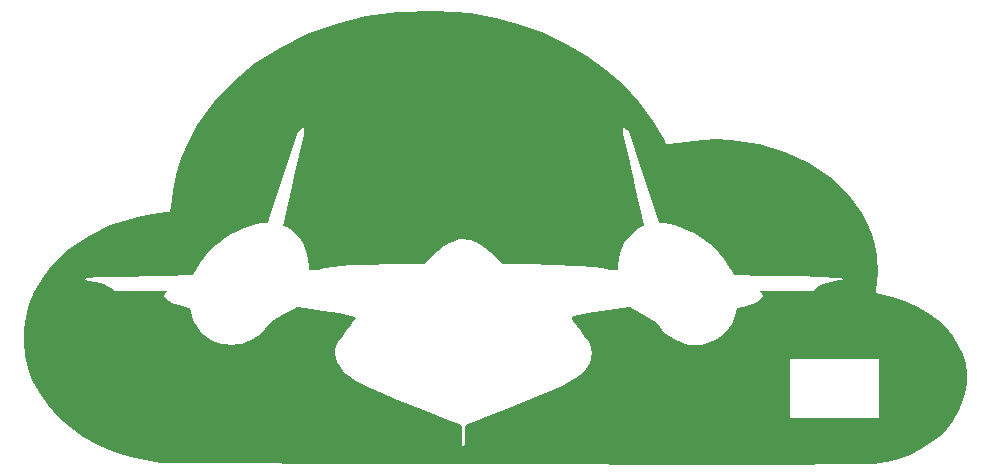
<source format=gto>
%TF.GenerationSoftware,KiCad,Pcbnew,(6.0.4-0)*%
%TF.CreationDate,2022-07-01T13:05:59-04:00*%
%TF.ProjectId,sr-71,73722d37-312e-46b6-9963-61645f706362,rev?*%
%TF.SameCoordinates,Original*%
%TF.FileFunction,Legend,Top*%
%TF.FilePolarity,Positive*%
%FSLAX46Y46*%
G04 Gerber Fmt 4.6, Leading zero omitted, Abs format (unit mm)*
G04 Created by KiCad (PCBNEW (6.0.4-0)) date 2022-07-01 13:05:59*
%MOMM*%
%LPD*%
G01*
G04 APERTURE LIST*
G04 APERTURE END LIST*
G36*
X149090583Y-119805680D02*
G01*
X128483054Y-119765880D01*
X127520322Y-119590180D01*
X125959693Y-119237740D01*
X124503450Y-118771620D01*
X123155213Y-118193880D01*
X121918596Y-117507100D01*
X120797217Y-116713870D01*
X119795730Y-115815730D01*
X118916713Y-114815790D01*
X118164820Y-113716120D01*
X117606197Y-112672770D01*
X117215008Y-111668700D01*
X116971094Y-110639820D01*
X116854823Y-109522060D01*
X116868763Y-108415150D01*
X117022759Y-107331490D01*
X117312663Y-106276780D01*
X117735893Y-105257200D01*
X118290380Y-104277410D01*
X118374876Y-104161740D01*
X122062122Y-104161740D01*
X122115352Y-104206740D01*
X122422311Y-104303940D01*
X122979899Y-104401640D01*
X123360238Y-104468840D01*
X123666681Y-104562340D01*
X123954000Y-104705480D01*
X124276461Y-104918390D01*
X124562748Y-105123030D01*
X128999170Y-105123030D01*
X128889616Y-105262550D01*
X128809006Y-105405700D01*
X128783686Y-105553490D01*
X128813656Y-105693540D01*
X128898926Y-105813420D01*
X129195032Y-106027880D01*
X129596556Y-106226830D01*
X130059577Y-106391680D01*
X130540168Y-106503820D01*
X130934458Y-106569920D01*
X130990268Y-106871190D01*
X131108608Y-107329040D01*
X131285857Y-107760540D01*
X131517884Y-108161550D01*
X131801589Y-108526900D01*
X132132318Y-108852980D01*
X132506454Y-109134620D01*
X132919866Y-109368200D01*
X133368417Y-109548550D01*
X133637135Y-109629650D01*
X133867095Y-109675650D01*
X134495997Y-109698950D01*
X134974003Y-109682450D01*
X135361578Y-109627150D01*
X135719695Y-109519660D01*
X136110368Y-109347060D01*
X136533598Y-109095920D01*
X136932023Y-108778620D01*
X137277223Y-108422050D01*
X137539739Y-108052050D01*
X137786236Y-107831390D01*
X138289563Y-107490840D01*
X138924667Y-107109470D01*
X139569072Y-106764270D01*
X140004188Y-106549820D01*
X140650660Y-106628920D01*
X142200954Y-106840800D01*
X143590533Y-107069200D01*
X144591504Y-107272810D01*
X144874691Y-107352410D01*
X144975460Y-107410310D01*
X144852471Y-107636650D01*
X144555331Y-108069180D01*
X144193597Y-108554940D01*
X143876304Y-108942000D01*
X143582780Y-109315100D01*
X143374524Y-109669090D01*
X143292364Y-109865460D01*
X143247924Y-110026170D01*
X143237574Y-110439070D01*
X143289254Y-110832320D01*
X143413793Y-111196640D01*
X143619464Y-111550110D01*
X143915054Y-111911840D01*
X144156899Y-112151100D01*
X144437503Y-112385200D01*
X144761514Y-112616190D01*
X145133585Y-112847190D01*
X146041023Y-113321060D01*
X147199083Y-113829040D01*
X148283773Y-114280170D01*
X150903773Y-115310600D01*
X152769803Y-116050090D01*
X153735123Y-116466090D01*
X153946993Y-116584940D01*
X153960893Y-117377660D01*
X154000693Y-118240140D01*
X154046193Y-118284540D01*
X154119093Y-118292540D01*
X154169193Y-118256840D01*
X154200693Y-118136960D01*
X154238393Y-117430020D01*
X154264793Y-116585630D01*
X154476153Y-116466260D01*
X155560843Y-116005300D01*
X155740236Y-115934650D01*
X181745423Y-115934650D01*
X189245743Y-115934650D01*
X189245743Y-110934440D01*
X181745423Y-110934440D01*
X181745423Y-115934650D01*
X155740236Y-115934650D01*
X157519893Y-115233770D01*
X160417903Y-114076740D01*
X161649353Y-113556360D01*
X162457063Y-113190490D01*
X162872533Y-112971380D01*
X163259593Y-112738830D01*
X163613573Y-112496470D01*
X163931913Y-112246880D01*
X164211483Y-111992630D01*
X164449193Y-111736310D01*
X164640913Y-111481030D01*
X164784573Y-111229370D01*
X164876573Y-111020590D01*
X164928273Y-110847480D01*
X164956173Y-110389630D01*
X164928773Y-109989650D01*
X164831573Y-109651170D01*
X164642953Y-109323020D01*
X164340643Y-108954050D01*
X164029033Y-108576810D01*
X163680223Y-108112240D01*
X163389273Y-107691600D01*
X163250783Y-107446140D01*
X163251783Y-107402740D01*
X163286383Y-107366040D01*
X163476553Y-107298340D01*
X164212423Y-107136590D01*
X165158103Y-106968130D01*
X167561053Y-106629650D01*
X168208043Y-106550050D01*
X168645753Y-106768640D01*
X169832243Y-107438360D01*
X170448743Y-107836270D01*
X170602223Y-107968050D01*
X170690123Y-108083800D01*
X170939723Y-108437270D01*
X171278713Y-108784020D01*
X171676623Y-109097180D01*
X172105023Y-109350910D01*
X172493113Y-109516270D01*
X172892053Y-109634100D01*
X173299783Y-109704400D01*
X173712163Y-109727100D01*
X174127123Y-109702300D01*
X174541563Y-109629900D01*
X174951863Y-109510020D01*
X175355973Y-109342580D01*
X175599893Y-109215980D01*
X175805563Y-109081100D01*
X176255663Y-108673370D01*
X176596213Y-108295620D01*
X176847363Y-107927680D01*
X177033913Y-107527190D01*
X177178603Y-107051770D01*
X177296433Y-106582030D01*
X177753773Y-106490030D01*
X178396103Y-106312260D01*
X178930443Y-106072990D01*
X179138183Y-105941740D01*
X179295803Y-105807380D01*
X179396053Y-105675600D01*
X179431753Y-105549510D01*
X179399253Y-105404300D01*
X179322253Y-105262710D01*
X179212183Y-105123180D01*
X183650153Y-105123180D01*
X183865133Y-104967640D01*
X184213433Y-104733030D01*
X184520903Y-104575410D01*
X184839233Y-104473090D01*
X185221123Y-104403290D01*
X185917713Y-104271000D01*
X186111503Y-104201200D01*
X186193103Y-104131900D01*
X186088713Y-104092600D01*
X185758503Y-104054400D01*
X184469173Y-103982600D01*
X182426923Y-103921100D01*
X179733033Y-103873600D01*
X176990563Y-103837400D01*
X176813313Y-103484970D01*
X176597823Y-103093780D01*
X176348223Y-102705170D01*
X176069173Y-102324830D01*
X175765313Y-101957930D01*
X175442353Y-101610150D01*
X175103853Y-101287170D01*
X174756083Y-100994170D01*
X174403123Y-100737330D01*
X173604213Y-100259330D01*
X172783073Y-99877440D01*
X171967103Y-99602000D01*
X171568683Y-99507400D01*
X171181113Y-99443300D01*
X170684493Y-99380200D01*
X169917623Y-97051140D01*
X168641213Y-93189360D01*
X168131683Y-91656640D01*
X167906373Y-91499030D01*
X167714133Y-91387410D01*
X167653133Y-91379410D01*
X167614433Y-91405810D01*
X167595833Y-91571170D01*
X167646433Y-91901380D01*
X168077933Y-93902810D01*
X168349753Y-95093950D01*
X168502713Y-95755410D01*
X168651023Y-96390510D01*
X169052553Y-98105650D01*
X169375013Y-99561380D01*
X169346613Y-99610480D01*
X169266013Y-99678680D01*
X168971463Y-99852830D01*
X168588023Y-100090030D01*
X168243343Y-100384070D01*
X167941553Y-100729270D01*
X167686263Y-101118390D01*
X167481623Y-101545240D01*
X167330733Y-102003090D01*
X167237233Y-102485230D01*
X167205233Y-102984940D01*
X167205233Y-103377170D01*
X166821793Y-103376640D01*
X166496233Y-103361140D01*
X166252833Y-103324940D01*
X165830633Y-103235040D01*
X165253413Y-103153440D01*
X163705183Y-103019080D01*
X161751813Y-102932280D01*
X159535413Y-102900780D01*
X157449753Y-102900780D01*
X156836353Y-102292540D01*
X156354213Y-101831070D01*
X155963023Y-101500860D01*
X155597153Y-101252810D01*
X155190973Y-101035770D01*
X154932073Y-100916400D01*
X154730533Y-100847700D01*
X154517113Y-100812600D01*
X154224113Y-100794000D01*
X153740423Y-100797000D01*
X153566783Y-100830600D01*
X153377133Y-100892100D01*
X152870703Y-101105010D01*
X152423703Y-101370630D01*
X151954473Y-101745790D01*
X151379823Y-102288400D01*
X150771083Y-102888880D01*
X148045153Y-102915780D01*
X145871642Y-102952980D01*
X144472761Y-103004180D01*
X143027371Y-103153000D01*
X142404672Y-103243400D01*
X142011929Y-103323000D01*
X141760782Y-103361200D01*
X141416101Y-103377200D01*
X141005790Y-103377200D01*
X141005261Y-103020120D01*
X140972191Y-102491470D01*
X140876591Y-101990210D01*
X140720527Y-101519950D01*
X140506071Y-101084840D01*
X140236321Y-100690030D01*
X139913341Y-100339150D01*
X139539720Y-100036320D01*
X139118041Y-99785690D01*
X138791447Y-99622390D01*
X138865857Y-99316470D01*
X139659607Y-95914610D01*
X139765544Y-95464510D01*
X140560325Y-91944830D01*
X140628025Y-91510230D01*
X140615615Y-91404290D01*
X140567045Y-91366090D01*
X140567574Y-91365090D01*
X140457397Y-91399320D01*
X140284283Y-91512490D01*
X140169044Y-91608590D01*
X140083264Y-91722790D01*
X139911697Y-92161010D01*
X137615196Y-99091340D01*
X137508228Y-99384340D01*
X137020918Y-99443740D01*
X136524824Y-99527440D01*
X136024598Y-99658700D01*
X135511968Y-99839050D01*
X134978665Y-100072110D01*
X134410224Y-100368220D01*
X133875890Y-100698950D01*
X133378246Y-101063270D01*
X132917810Y-101460140D01*
X132495614Y-101888540D01*
X132112691Y-102347430D01*
X131770593Y-102835250D01*
X131470354Y-103350980D01*
X131214555Y-103836740D01*
X128581123Y-103871840D01*
X124613407Y-103955540D01*
X123129777Y-104007740D01*
X122333961Y-104056340D01*
X122169112Y-104085240D01*
X122079192Y-104120940D01*
X122062122Y-104161740D01*
X118374876Y-104161740D01*
X118972510Y-103343620D01*
X119780212Y-102462540D01*
X120709354Y-101638820D01*
X122383153Y-100475060D01*
X124190795Y-99597080D01*
X126551375Y-98867410D01*
X127760087Y-98632800D01*
X128876814Y-98511360D01*
X129270588Y-98489160D01*
X129336218Y-98016320D01*
X129507784Y-96734740D01*
X129780117Y-95305370D01*
X130223501Y-93867220D01*
X130826050Y-92448700D01*
X131577424Y-91079270D01*
X132946333Y-89168800D01*
X134579826Y-87435050D01*
X136454129Y-85891480D01*
X138545475Y-84551510D01*
X140828541Y-83429090D01*
X143280069Y-82537680D01*
X145874743Y-81890690D01*
X148588793Y-81502600D01*
X151665603Y-81448900D01*
X151666183Y-81448990D01*
X154711483Y-81655690D01*
X156874653Y-82060840D01*
X158955663Y-82631340D01*
X160941583Y-83360500D01*
X162817963Y-84241580D01*
X164572373Y-85267360D01*
X166191913Y-86431110D01*
X167662103Y-87725090D01*
X168970043Y-89143090D01*
X170134313Y-90743000D01*
X171037093Y-92288640D01*
X171273253Y-92702570D01*
X171517683Y-92743870D01*
X174404333Y-92343890D01*
X175510203Y-92313890D01*
X176685333Y-92376890D01*
X179094483Y-92736560D01*
X181323803Y-93395950D01*
X183341773Y-94329750D01*
X185115303Y-95513140D01*
X186613403Y-96920800D01*
X187804033Y-98526910D01*
X188273253Y-99396100D01*
X188654113Y-100305610D01*
X188941943Y-101252320D01*
X189132633Y-102232620D01*
X189195633Y-103636160D01*
X189065413Y-105039170D01*
X189003913Y-105363700D01*
X189704133Y-105490310D01*
X190715963Y-105728530D01*
X191689023Y-106066500D01*
X192611963Y-106495410D01*
X193470313Y-107006490D01*
X194252173Y-107590950D01*
X194943603Y-108240010D01*
X195532203Y-108945390D01*
X196005043Y-109697800D01*
X196376593Y-110533410D01*
X196615343Y-111375730D01*
X196726443Y-112218060D01*
X196714543Y-113052630D01*
X196585353Y-113871190D01*
X196343503Y-114668560D01*
X195994693Y-115435430D01*
X195544073Y-116166140D01*
X194995783Y-116852400D01*
X194356033Y-117486470D01*
X193629973Y-118062150D01*
X192822273Y-118571680D01*
X191938093Y-119007830D01*
X190982593Y-119363360D01*
X189961473Y-119630530D01*
X189245743Y-119744347D01*
X188879363Y-119802610D01*
X178895473Y-119866710D01*
X154119093Y-119816417D01*
X149090583Y-119806210D01*
X149090583Y-119805680D01*
G37*
M02*

</source>
